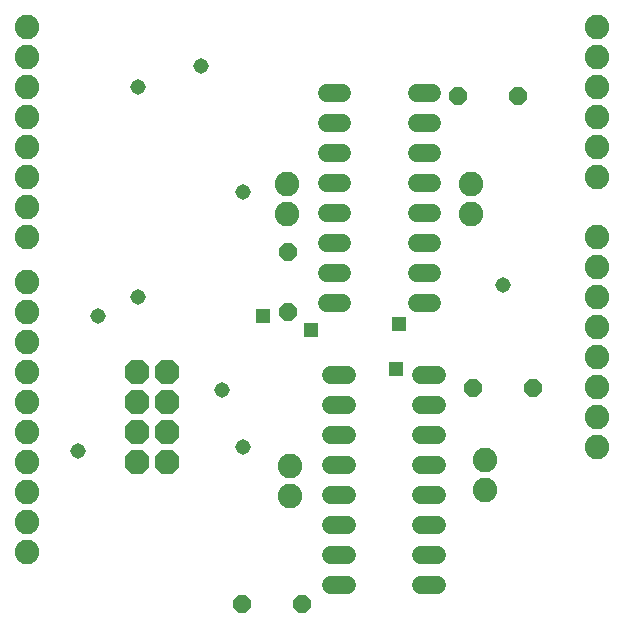
<source format=gts>
G75*
%MOIN*%
%OFA0B0*%
%FSLAX25Y25*%
%IPPOS*%
%LPD*%
%AMOC8*
5,1,8,0,0,1.08239X$1,22.5*
%
%ADD10C,0.06000*%
%ADD11OC8,0.08200*%
%ADD12C,0.08200*%
%ADD13OC8,0.06000*%
%ADD14C,0.05156*%
%ADD15R,0.04762X0.04762*%
D10*
X0116400Y0091524D02*
X0121600Y0091524D01*
X0121600Y0101524D02*
X0116400Y0101524D01*
X0116400Y0111524D02*
X0121600Y0111524D01*
X0121600Y0121524D02*
X0116400Y0121524D01*
X0116400Y0131524D02*
X0121600Y0131524D01*
X0121600Y0141524D02*
X0116400Y0141524D01*
X0116400Y0151524D02*
X0121600Y0151524D01*
X0121600Y0161524D02*
X0116400Y0161524D01*
X0114900Y0185524D02*
X0120100Y0185524D01*
X0120100Y0195524D02*
X0114900Y0195524D01*
X0114900Y0205524D02*
X0120100Y0205524D01*
X0120100Y0215524D02*
X0114900Y0215524D01*
X0114900Y0225524D02*
X0120100Y0225524D01*
X0120100Y0235524D02*
X0114900Y0235524D01*
X0114900Y0245524D02*
X0120100Y0245524D01*
X0120100Y0255524D02*
X0114900Y0255524D01*
X0144900Y0255524D02*
X0150100Y0255524D01*
X0150100Y0245524D02*
X0144900Y0245524D01*
X0144900Y0235524D02*
X0150100Y0235524D01*
X0150100Y0225524D02*
X0144900Y0225524D01*
X0144900Y0215524D02*
X0150100Y0215524D01*
X0150100Y0205524D02*
X0144900Y0205524D01*
X0144900Y0195524D02*
X0150100Y0195524D01*
X0150100Y0185524D02*
X0144900Y0185524D01*
X0146400Y0161524D02*
X0151600Y0161524D01*
X0151600Y0151524D02*
X0146400Y0151524D01*
X0146400Y0141524D02*
X0151600Y0141524D01*
X0151600Y0131524D02*
X0146400Y0131524D01*
X0146400Y0121524D02*
X0151600Y0121524D01*
X0151600Y0111524D02*
X0146400Y0111524D01*
X0146400Y0101524D02*
X0151600Y0101524D01*
X0151600Y0091524D02*
X0146400Y0091524D01*
D11*
X0061500Y0132524D03*
X0061500Y0142524D03*
X0061500Y0152524D03*
X0061500Y0162524D03*
X0051500Y0162524D03*
X0051500Y0152524D03*
X0051500Y0142524D03*
X0051500Y0132524D03*
D12*
X0015000Y0102524D03*
X0015000Y0112524D03*
X0015000Y0122524D03*
X0015000Y0132524D03*
X0015000Y0142524D03*
X0015000Y0152524D03*
X0015000Y0162524D03*
X0015000Y0172524D03*
X0015000Y0182524D03*
X0015000Y0192524D03*
X0015000Y0207524D03*
X0015000Y0217524D03*
X0015000Y0227524D03*
X0015000Y0237524D03*
X0015000Y0247524D03*
X0015000Y0257524D03*
X0015000Y0267524D03*
X0015000Y0277524D03*
X0101500Y0225024D03*
X0101500Y0215024D03*
X0163000Y0215024D03*
X0163000Y0225024D03*
X0205000Y0227524D03*
X0205000Y0237524D03*
X0205000Y0247524D03*
X0205000Y0257524D03*
X0205000Y0267524D03*
X0205000Y0277524D03*
X0205000Y0207524D03*
X0205000Y0197524D03*
X0205000Y0187524D03*
X0205000Y0177524D03*
X0205000Y0167524D03*
X0205000Y0157524D03*
X0205000Y0147524D03*
X0205000Y0137524D03*
X0167500Y0133024D03*
X0167500Y0123024D03*
X0102500Y0121024D03*
X0102500Y0131024D03*
D13*
X0106500Y0085024D03*
X0086500Y0085024D03*
X0102000Y0182424D03*
X0102000Y0202424D03*
X0158500Y0254524D03*
X0178500Y0254524D03*
X0183500Y0157024D03*
X0163500Y0157024D03*
D14*
X0173500Y0191524D03*
X0087000Y0222524D03*
X0073000Y0264524D03*
X0052000Y0257524D03*
X0052000Y0187524D03*
X0038500Y0181024D03*
X0032000Y0136024D03*
X0080000Y0156524D03*
X0087000Y0137524D03*
D15*
X0109500Y0176524D03*
X0093500Y0181024D03*
X0139000Y0178524D03*
X0138000Y0163524D03*
X0015500Y0218024D03*
M02*

</source>
